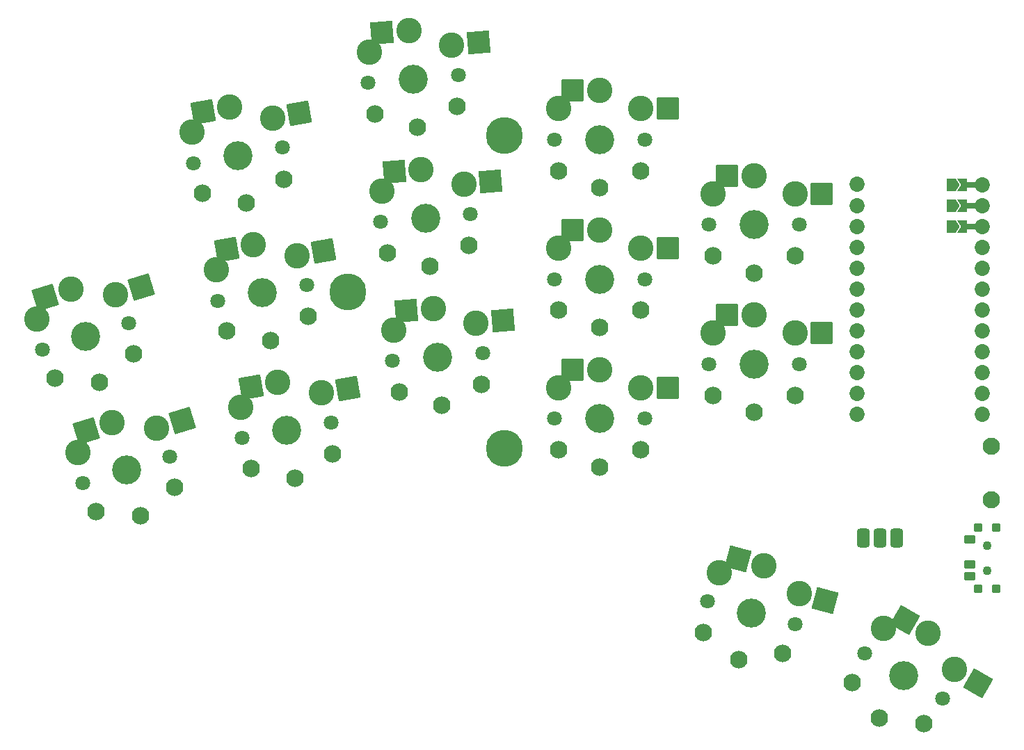
<source format=gbs>
%TF.GenerationSoftware,KiCad,Pcbnew,(6.0.4)*%
%TF.CreationDate,2022-05-14T00:31:57+02:00*%
%TF.ProjectId,battoota,62617474-6f6f-4746-912e-6b696361645f,v1.0.0*%
%TF.SameCoordinates,Original*%
%TF.FileFunction,Soldermask,Bot*%
%TF.FilePolarity,Negative*%
%FSLAX46Y46*%
G04 Gerber Fmt 4.6, Leading zero omitted, Abs format (unit mm)*
G04 Created by KiCad (PCBNEW (6.0.4)) date 2022-05-14 00:31:57*
%MOMM*%
%LPD*%
G01*
G04 APERTURE LIST*
G04 Aperture macros list*
%AMRoundRect*
0 Rectangle with rounded corners*
0 $1 Rounding radius*
0 $2 $3 $4 $5 $6 $7 $8 $9 X,Y pos of 4 corners*
0 Add a 4 corners polygon primitive as box body*
4,1,4,$2,$3,$4,$5,$6,$7,$8,$9,$2,$3,0*
0 Add four circle primitives for the rounded corners*
1,1,$1+$1,$2,$3*
1,1,$1+$1,$4,$5*
1,1,$1+$1,$6,$7*
1,1,$1+$1,$8,$9*
0 Add four rect primitives between the rounded corners*
20,1,$1+$1,$2,$3,$4,$5,0*
20,1,$1+$1,$4,$5,$6,$7,0*
20,1,$1+$1,$6,$7,$8,$9,0*
20,1,$1+$1,$8,$9,$2,$3,0*%
%AMFreePoly0*
4,1,16,0.685355,0.785355,0.700000,0.750000,0.691603,0.722265,0.210093,0.000000,0.691603,-0.722265,0.699029,-0.759806,0.677735,-0.791603,0.650000,-0.800000,-0.500000,-0.800000,-0.535355,-0.785355,-0.550000,-0.750000,-0.550000,0.750000,-0.535355,0.785355,-0.500000,0.800000,0.650000,0.800000,0.685355,0.785355,0.685355,0.785355,$1*%
%AMFreePoly1*
4,1,16,0.535355,0.785355,0.550000,0.750000,0.550000,-0.750000,0.535355,-0.785355,0.500000,-0.800000,-0.500000,-0.800000,-0.535355,-0.785355,-0.541603,-0.777735,-1.041603,-0.027735,-1.049029,0.009806,-1.041603,0.027735,-0.541603,0.777735,-0.509806,0.799029,-0.500000,0.800000,0.500000,0.800000,0.535355,0.785355,0.535355,0.785355,$1*%
G04 Aperture macros list end*
%ADD10RoundRect,0.425000X-0.375000X-0.750000X0.375000X-0.750000X0.375000X0.750000X-0.375000X0.750000X0*%
%ADD11C,2.100000*%
%ADD12C,3.100000*%
%ADD13C,1.801800*%
%ADD14C,3.529000*%
%ADD15RoundRect,0.050000X-1.054507X-1.505993X1.505993X-1.054507X1.054507X1.505993X-1.505993X1.054507X0*%
%ADD16C,2.132000*%
%ADD17RoundRect,0.050000X-1.181751X-1.408356X1.408356X-1.181751X1.181751X1.408356X-1.408356X1.181751X0*%
%ADD18RoundRect,0.050000X-1.300000X-1.300000X1.300000X-1.300000X1.300000X1.300000X-1.300000X1.300000X0*%
%ADD19RoundRect,0.050000X-1.775833X-0.475833X0.475833X-1.775833X1.775833X0.475833X-0.475833X1.775833X0*%
%ADD20RoundRect,0.050000X-0.450000X0.450000X-0.450000X-0.450000X0.450000X-0.450000X0.450000X0.450000X0*%
%ADD21C,1.100000*%
%ADD22RoundRect,0.050000X-0.625000X0.450000X-0.625000X-0.450000X0.625000X-0.450000X0.625000X0.450000X0*%
%ADD23RoundRect,0.050000X-0.863113X-1.623279X1.623279X-0.863113X0.863113X1.623279X-1.623279X0.863113X0*%
%ADD24RoundRect,0.050000X-1.592168X-0.919239X0.919239X-1.592168X1.592168X0.919239X-0.919239X1.592168X0*%
%ADD25C,1.852600*%
%ADD26FreePoly0,180.000000*%
%ADD27RoundRect,0.050000X-0.762000X0.250000X-0.762000X-0.250000X0.762000X-0.250000X0.762000X0.250000X0*%
%ADD28FreePoly1,180.000000*%
%ADD29C,4.500000*%
G04 APERTURE END LIST*
D10*
%TO.C,PAD1*%
X151545396Y58163682D03*
X149545396Y58163682D03*
X147545396Y58163682D03*
%TD*%
D11*
%TO.C,B1*%
X163088472Y69320035D03*
X163088472Y62820035D03*
%TD*%
D12*
%TO.C,S11*%
X75659968Y109306337D03*
X70353903Y110604673D03*
X70353903Y110604673D03*
D13*
X65970667Y103790002D03*
D12*
X65811891Y107569855D03*
D14*
X71387110Y104745067D03*
D13*
X76803553Y105700132D03*
D15*
X67128658Y110035975D03*
X78885213Y109875035D03*
%TD*%
D13*
%TO.C,S34*%
X157191785Y38610213D03*
D14*
X152428645Y41360213D03*
D13*
X147665505Y44110213D03*
D16*
X146198518Y40569316D03*
X154858772Y35569316D03*
X149478645Y36250663D03*
X149478645Y36250663D03*
%TD*%
D14*
%TO.C,S15*%
X94221643Y97114167D03*
D13*
X99700714Y97593524D03*
D12*
X98875782Y101285676D03*
X93703066Y103041525D03*
X93703066Y103041525D03*
X88913835Y100414118D03*
D13*
X88742572Y96634810D03*
D17*
X90440529Y102756090D03*
X102138320Y101571111D03*
%TD*%
D12*
%TO.C,S21*%
X115411087Y95636017D03*
D13*
X109911087Y89686017D03*
D12*
X115411087Y95636017D03*
X120411087Y93436017D03*
D13*
X120911087Y89686017D03*
D12*
X110411087Y93436017D03*
D14*
X115411087Y89686017D03*
D18*
X112136087Y95636017D03*
X123686087Y93436017D03*
%TD*%
D13*
%TO.C,S8*%
X71874705Y70306538D03*
X82707591Y72216668D03*
D14*
X77291148Y71261603D03*
D16*
X73026972Y66651093D03*
X82875050Y68387574D03*
X78315672Y65451237D03*
X78315672Y65451237D03*
%TD*%
D14*
%TO.C,S14*%
X95703291Y80178857D03*
D13*
X101182362Y80658214D03*
X90224220Y79699500D03*
D16*
X91053509Y75957538D03*
X101015456Y76829096D03*
X96217510Y74301308D03*
X96217510Y74301308D03*
%TD*%
D14*
%TO.C,S20*%
X115411087Y72686017D03*
D13*
X109911087Y72686017D03*
X120911087Y72686017D03*
D16*
X120411087Y68886017D03*
X110411087Y68886017D03*
X115411087Y66786017D03*
X115411087Y66786017D03*
%TD*%
D13*
%TO.C,S28*%
X128692000Y79342500D03*
X139692000Y79342500D03*
D14*
X134192000Y79342500D03*
D16*
X129192000Y75542500D03*
X139192000Y75542500D03*
X134192000Y73442500D03*
X134192000Y73442500D03*
%TD*%
D12*
%TO.C,S29*%
X134192000Y102292500D03*
X134192000Y102292500D03*
D13*
X139692000Y96342500D03*
D14*
X134192000Y96342500D03*
D12*
X139192000Y100092500D03*
X129192000Y100092500D03*
D13*
X128692000Y96342500D03*
D18*
X130917000Y102292500D03*
X142467000Y100092500D03*
%TD*%
D14*
%TO.C,S33*%
X152428645Y41360213D03*
D12*
X155403645Y46513064D03*
X149973518Y47107808D03*
D13*
X147665505Y44110213D03*
D12*
X155403645Y46513064D03*
X158633772Y42107808D03*
D13*
X157191785Y38610213D03*
D19*
X152567412Y48150564D03*
X161470005Y40470308D03*
%TD*%
D12*
%TO.C,S7*%
X71715929Y74086391D03*
X81564006Y75822873D03*
X76257941Y77121209D03*
D13*
X71874705Y70306538D03*
D12*
X76257941Y77121209D03*
D13*
X82707591Y72216668D03*
D14*
X77291148Y71261603D03*
D15*
X73032696Y76552511D03*
X84789251Y76391571D03*
%TD*%
D20*
%TO.C,T2*%
X163660225Y52008029D03*
X163660225Y59408029D03*
X161460225Y52008029D03*
X161460225Y59408029D03*
D21*
X162560225Y57208029D03*
X162560225Y54208029D03*
D22*
X160485225Y57958029D03*
X160485225Y54958029D03*
X160485225Y53458029D03*
%TD*%
D14*
%TO.C,S5*%
X52842259Y82729963D03*
D13*
X58101935Y84338007D03*
D12*
X51102647Y88419976D03*
X51102647Y88419976D03*
D13*
X47582583Y81121919D03*
D12*
X46964341Y84854247D03*
X56527389Y87777964D03*
D23*
X47970749Y87462459D03*
X59659287Y88735482D03*
%TD*%
D12*
%TO.C,S27*%
X129192000Y83092500D03*
D13*
X139692000Y79342500D03*
D14*
X134192000Y79342500D03*
D12*
X139192000Y83092500D03*
X134192000Y85292500D03*
X134192000Y85292500D03*
D13*
X128692000Y79342500D03*
D18*
X130917000Y85292500D03*
X142467000Y83092500D03*
%TD*%
D12*
%TO.C,S9*%
X68763910Y90828123D03*
D14*
X74339129Y88003335D03*
D12*
X73305922Y93862941D03*
X78611987Y92564605D03*
D13*
X68922686Y87048270D03*
D12*
X73305922Y93862941D03*
D13*
X79755572Y88958400D03*
D15*
X70080677Y93294243D03*
X81837232Y93133303D03*
%TD*%
D13*
%TO.C,S16*%
X99700714Y97593524D03*
D14*
X94221643Y97114167D03*
D13*
X88742572Y96634810D03*
D16*
X99533808Y93764406D03*
X89571861Y92892848D03*
X94735862Y91236618D03*
X94735862Y91236618D03*
%TD*%
D13*
%TO.C,S30*%
X139692000Y96342500D03*
X128692000Y96342500D03*
D14*
X134192000Y96342500D03*
D16*
X139192000Y92542500D03*
X129192000Y92542500D03*
X134192000Y90442500D03*
X134192000Y90442500D03*
%TD*%
D13*
%TO.C,S13*%
X90224220Y79699500D03*
X101182362Y80658214D03*
D14*
X95703291Y80178857D03*
D12*
X95184714Y86106215D03*
X100357430Y84350366D03*
X95184714Y86106215D03*
X90395483Y83478808D03*
D17*
X91922177Y85820780D03*
X103619968Y84635801D03*
%TD*%
D13*
%TO.C,S24*%
X109911087Y106686017D03*
X120911087Y106686017D03*
D14*
X115411087Y106686017D03*
D16*
X110411087Y102886017D03*
X120411087Y102886017D03*
X115411087Y100786017D03*
X115411087Y100786017D03*
%TD*%
D13*
%TO.C,S17*%
X87260925Y113570120D03*
D14*
X92739996Y114049477D03*
D13*
X98219067Y114528834D03*
D12*
X87432188Y117349428D03*
X97394135Y118220986D03*
X92221419Y119976835D03*
X92221419Y119976835D03*
D17*
X88958882Y119691400D03*
X100656673Y118506421D03*
%TD*%
D13*
%TO.C,S4*%
X52552902Y64864738D03*
X63072254Y68080826D03*
D14*
X57812578Y66472782D03*
D16*
X54142067Y61376965D03*
X63705114Y64300682D03*
X59537571Y60830584D03*
X59537571Y60830584D03*
%TD*%
D13*
%TO.C,S10*%
X79755572Y88958400D03*
X68922686Y87048270D03*
D14*
X74339129Y88003335D03*
D16*
X70074953Y83392825D03*
X79923031Y85129306D03*
X75363653Y82192969D03*
X75363653Y82192969D03*
%TD*%
D13*
%TO.C,S22*%
X109911087Y89686017D03*
X120911087Y89686017D03*
D14*
X115411087Y89686017D03*
D16*
X110411087Y85886017D03*
X120411087Y85886017D03*
X115411087Y83786017D03*
X115411087Y83786017D03*
%TD*%
D14*
%TO.C,S31*%
X133891046Y49038738D03*
D13*
X128578454Y50462243D03*
D12*
X135431019Y54785997D03*
X139691247Y51366865D03*
X135431019Y54785997D03*
X130031988Y53955055D03*
D13*
X139203638Y47615233D03*
D24*
X132267612Y55633629D03*
X142854654Y50519232D03*
%TD*%
D25*
%TO.C,MCU1*%
X161977213Y98602542D03*
D26*
X159643690Y98602542D03*
D25*
X161977213Y96062542D03*
D27*
X160593690Y101142542D03*
D25*
X146737213Y96062542D03*
D27*
X160593690Y98602542D03*
X160593690Y96062542D03*
D26*
X159643690Y96062542D03*
X159643690Y101142542D03*
D25*
X146737213Y101226288D03*
X161977213Y101142542D03*
X146737213Y98602542D03*
D28*
X158193690Y101142542D03*
X158193690Y98602542D03*
X158193690Y96062542D03*
D25*
X146737213Y93522542D03*
X146737213Y90982542D03*
X146737213Y88442542D03*
X146737213Y85902542D03*
X146737213Y83362542D03*
X146737213Y80822542D03*
X146737213Y78282542D03*
X146737213Y75742542D03*
X146737213Y73202542D03*
X161977213Y93522542D03*
X161977213Y90982542D03*
X161977213Y88442542D03*
X161977213Y85902542D03*
X161977213Y83362542D03*
X161977213Y80822542D03*
X161977213Y78282542D03*
X161977213Y75742542D03*
X161977213Y73202542D03*
%TD*%
D13*
%TO.C,S3*%
X52552902Y64864738D03*
D12*
X51934660Y68597066D03*
D14*
X57812578Y66472782D03*
D12*
X61497708Y71520783D03*
X56072966Y72162795D03*
X56072966Y72162795D03*
D13*
X63072254Y68080826D03*
D23*
X52941068Y71205278D03*
X64629606Y72478301D03*
%TD*%
D13*
%TO.C,S32*%
X139203638Y47615233D03*
D14*
X133891046Y49038738D03*
D13*
X128578454Y50462243D03*
D16*
X137737163Y44074125D03*
X128077904Y46662315D03*
X132364014Y43339776D03*
X132364014Y43339776D03*
%TD*%
D29*
%TO.C,REF\u002A\u002A*%
X84747220Y88141427D03*
X103797220Y69091427D03*
X103797220Y107191427D03*
%TD*%
D14*
%TO.C,S12*%
X71387110Y104745067D03*
D13*
X65970667Y103790002D03*
X76803553Y105700132D03*
D16*
X76971012Y101871038D03*
X67122934Y100134557D03*
X72411634Y98934701D03*
X72411634Y98934701D03*
%TD*%
D14*
%TO.C,S23*%
X115411087Y106686017D03*
D13*
X120911087Y106686017D03*
D12*
X115411087Y112636017D03*
X115411087Y112636017D03*
X110411087Y110436017D03*
X120411087Y110436017D03*
D13*
X109911087Y106686017D03*
D18*
X112136087Y112636017D03*
X123686087Y110436017D03*
%TD*%
D13*
%TO.C,S6*%
X47582583Y81121919D03*
X58101935Y84338007D03*
D14*
X52842259Y82729963D03*
D16*
X49171748Y77634146D03*
X58734795Y80557863D03*
X54567252Y77087765D03*
X54567252Y77087765D03*
%TD*%
D14*
%TO.C,S19*%
X115411087Y72686017D03*
D12*
X115411087Y78636017D03*
X110411087Y76436017D03*
D13*
X120911087Y72686017D03*
X109911087Y72686017D03*
D12*
X120411087Y76436017D03*
X115411087Y78636017D03*
D18*
X112136087Y78636017D03*
X123686087Y76436017D03*
%TD*%
D13*
%TO.C,S18*%
X98219067Y114528834D03*
D14*
X92739996Y114049477D03*
D13*
X87260925Y113570120D03*
D16*
X88090214Y109828158D03*
X98052161Y110699716D03*
X93254215Y108171928D03*
X93254215Y108171928D03*
%TD*%
M02*

</source>
